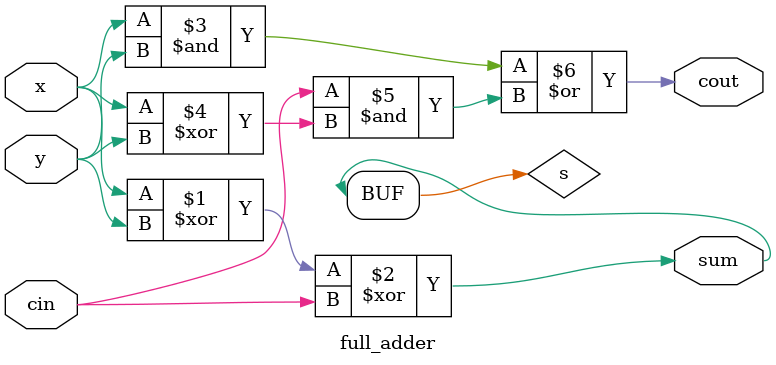
<source format=sv>
module top_module (
	input [3:0] x,
	input [3:0] y,
	output [4:0] sum
);

  wire [3:0] carry;
  
  // Instantiate 4 full adder modules to perform the addition
  full_adder fa0(
    .x(x[0]),
    .y(y[0]),
    .cin(0),
    .sum(sum[0]),
    .cout(carry[0])
  );
  
  full_adder fa1(
    .x(x[1]),
    .y(y[1]),
    .cin(carry[0]),
    .sum(sum[1]),
    .cout(carry[1])
  );
  
  full_adder fa2(
    .x(x[2]),
    .y(y[2]),
    .cin(carry[1]),
    .sum(sum[2]),
    .cout(carry[2])
  );
  
  full_adder fa3(
    .x(x[3]),
    .y(y[3]),
    .cin(carry[2]),
    .sum(sum[3]),
    .cout(carry[3])
  );
  
  // Assign the overflow bit to the most significant carry bit
  assign sum[4] = carry[3];
  
endmodule
module full_adder (
  input x,
  input y,
  input cin,
  output sum,
  output cout
);
  // Implement the full adder logic using XOR, AND, and OR gates
  wire s;
  wire c1;
  wire c2;
  
  assign s = x ^ y ^ cin;
  assign cout = (x & y) | (cin & (x ^ y));
  assign sum = s;
  
endmodule

</source>
